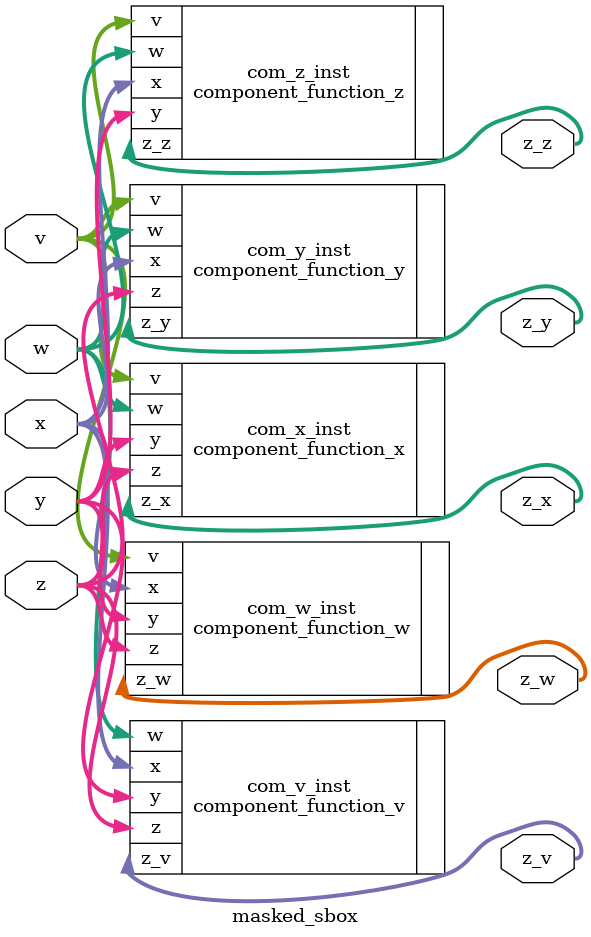
<source format=v>
`timescale 1ns / 1ps
/*
* -----------------------------------------------------------------
* AUTHOR  : Nicolai Müller (nicolai.mueller@rub.de)
* DOCUMENT: "Low-Latency Hardware Masking of PRINCE" (COSADE 2021)
* -----------------------------------------------------------------
*
* Copyright (c) 2021, Nicolai Müller
*
* All rights reserved.
*
* THIS SOFTWARE IS PROVIDED BY THE COPYRIGHT HOLDERS AND CONTRIBUTORS "AS IS" AND
* ANY EXPRESS OR IMPLIED WARRANTIES, INCLUDING, BUT NOT LIMITED TO, THE IMPLIED
* WARRANTIES OF MERCHANTABILITY AND FITNESS FOR A PARTICULAR PURPOSE ARE
* DISCLAIMED. IN NO EVENT SHALL THE COPYRIGHT HOLDER OR CONTRIBUTERS BE LIABLE FOR ANY
* DIRECT, INDIRECT, INCIDENTAL, SPECIAL, EXEMPLARY, OR CONSEQUENTIAL DAMAGES
* (INCLUDING, BUT NOT LIMITED TO, PROCUREMENT OF SUBSTITUTE GOODS OR SERVICES;
* LOSS OF USE, DATA, OR PROFITS; OR BUSINESS INTERRUPTION) HOWEVER CAUSED AND
* ON ANY THEORY OF LIABILITY, WHETHER IN CONTRACT, STRICT LIABILITY, OR TORT
* (INCLUDING NEGLIGENCE OR OTHERWISE) ARISING IN ANY WAY OUT OF THE USE OF THIS
* SOFTWARE, EVEN IF ADVISED OF THE POSSIBILITY OF SUCH DAMAGE.
*
* Please see LICENSE and README for license and further instructions.
*/

module masked_sbox(
    input [3:0] v,
    input [3:0] w,
    input [3:0] x,
    input [3:0] y,
    input [3:0] z,
    output [3:0] z_v,
    output [3:0] z_w,
    output [3:0] z_x,
    output [3:0] z_y,
    output [3:0] z_z
    );
 
    component_function_v com_v_inst(.w(w), .x(x), .y(y), .z(z), .z_v(z_v));
    component_function_w com_w_inst(.v(v), .x(x), .y(y), .z(z), .z_w(z_w));
    component_function_x com_x_inst(.v(v), .w(w), .y(y), .z(z), .z_x(z_x));
    component_function_y com_y_inst(.v(v), .w(w), .x(x), .z(z), .z_y(z_y));
    component_function_z com_z_inst(.v(v), .w(w), .x(x), .y(y), .z_z(z_z));

endmodule    

</source>
